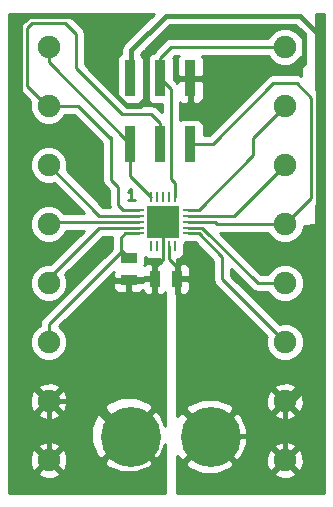
<source format=gtl>
G04 (created by PCBNEW (2013-jul-07)-stable) date Wed 04 Feb 2015 01:06:01 PM EST*
%MOIN*%
G04 Gerber Fmt 3.4, Leading zero omitted, Abs format*
%FSLAX34Y34*%
G01*
G70*
G90*
G04 APERTURE LIST*
%ADD10C,0.00590551*%
%ADD11C,0.00984252*%
%ADD12R,0.035X0.055*%
%ADD13R,0.055X0.035*%
%ADD14R,0.038X0.119*%
%ADD15R,0.108268X0.108268*%
%ADD16R,0.0354331X0.00984252*%
%ADD17R,0.00984252X0.0354331*%
%ADD18C,0.0748031*%
%ADD19C,0.2*%
%ADD20C,0.016*%
%ADD21C,0.01*%
G04 APERTURE END LIST*
G54D10*
G54D11*
X28458Y-19883D02*
X28233Y-19883D01*
X28346Y-19883D02*
X28346Y-19490D01*
X28308Y-19546D01*
X28271Y-19583D01*
X28233Y-19602D01*
G54D12*
X29875Y-22500D03*
X29125Y-22500D03*
G54D13*
X28267Y-21790D03*
X28267Y-22540D03*
G54D14*
X28315Y-15820D03*
X29315Y-15820D03*
X30315Y-15820D03*
X28315Y-18000D03*
X29315Y-18000D03*
X30315Y-18000D03*
G54D15*
X29414Y-20592D03*
G54D16*
X28587Y-20198D03*
X28587Y-20395D03*
X28587Y-20592D03*
X28587Y-20788D03*
X28587Y-20985D03*
G54D17*
X29020Y-21418D03*
X29217Y-21418D03*
X29414Y-21418D03*
X29610Y-21418D03*
X29807Y-21418D03*
G54D16*
X30240Y-20985D03*
X30240Y-20788D03*
X30240Y-20592D03*
X30240Y-20395D03*
X30240Y-20198D03*
G54D17*
X29807Y-19765D03*
X29610Y-19765D03*
X29414Y-19765D03*
X29217Y-19765D03*
X29020Y-19765D03*
G54D18*
X25590Y-14763D03*
X25590Y-16732D03*
X25590Y-18700D03*
X25590Y-20669D03*
X25590Y-22637D03*
X25590Y-24606D03*
X25590Y-26574D03*
X25590Y-28543D03*
X33464Y-20669D03*
X33464Y-18700D03*
X33464Y-16732D03*
X33464Y-14763D03*
X33464Y-28543D03*
X33464Y-26574D03*
X33464Y-24606D03*
X33464Y-22637D03*
G54D19*
X31003Y-27755D03*
X28346Y-27755D03*
G54D20*
X30954Y-27742D02*
X32663Y-27742D01*
X32663Y-27742D02*
X33464Y-28543D01*
X34566Y-14566D02*
X34566Y-14330D01*
X33700Y-26574D02*
X34566Y-25708D01*
X34566Y-25708D02*
X34566Y-14566D01*
X33464Y-26574D02*
X33700Y-26574D01*
X28346Y-15788D02*
X28315Y-15820D01*
X28346Y-14881D02*
X28346Y-15788D01*
X29488Y-13740D02*
X28346Y-14881D01*
X33976Y-13740D02*
X29488Y-13740D01*
X34566Y-14330D02*
X33976Y-13740D01*
X33464Y-26574D02*
X33464Y-28543D01*
X29875Y-22500D02*
X29875Y-22985D01*
X29875Y-22985D02*
X33464Y-26574D01*
G54D21*
X29610Y-21418D02*
X29610Y-21840D01*
G54D20*
X29875Y-22105D02*
X29875Y-22500D01*
G54D21*
X29610Y-21840D02*
X29875Y-22105D01*
G54D20*
X28250Y-27700D02*
X28030Y-27700D01*
X28030Y-27700D02*
X26904Y-26574D01*
G54D21*
X29414Y-21418D02*
X29414Y-20592D01*
G54D20*
X30315Y-15820D02*
X32526Y-15820D01*
X24645Y-25629D02*
X25590Y-26574D01*
X24645Y-14015D02*
X24645Y-25629D01*
X24921Y-13740D02*
X24645Y-14015D01*
X26417Y-13740D02*
X24921Y-13740D01*
X26968Y-14291D02*
X26417Y-13740D01*
X26968Y-15511D02*
X26968Y-14291D01*
X28188Y-16732D02*
X26968Y-15511D01*
X28622Y-16732D02*
X28188Y-16732D01*
X28858Y-16496D02*
X28622Y-16732D01*
X28858Y-14842D02*
X28858Y-16496D01*
X29645Y-14055D02*
X28858Y-14842D01*
X33818Y-14055D02*
X29645Y-14055D01*
X34094Y-14330D02*
X33818Y-14055D01*
X34094Y-15314D02*
X34094Y-14330D01*
X33937Y-15472D02*
X34094Y-15314D01*
X32874Y-15472D02*
X33937Y-15472D01*
X32526Y-15820D02*
X32874Y-15472D01*
X25590Y-26574D02*
X25590Y-28543D01*
X28267Y-22540D02*
X28267Y-25236D01*
X26929Y-26574D02*
X26904Y-26574D01*
X26904Y-26574D02*
X25590Y-26574D01*
X28267Y-25236D02*
X26929Y-26574D01*
X29125Y-22500D02*
X28308Y-22500D01*
X28308Y-22500D02*
X28267Y-22540D01*
X29125Y-22500D02*
X29125Y-22129D01*
G54D21*
X29414Y-21840D02*
X29414Y-21418D01*
X29125Y-22129D02*
X29414Y-21840D01*
X25590Y-14763D02*
X25590Y-15275D01*
X25590Y-15275D02*
X28315Y-18000D01*
X29020Y-19765D02*
X29020Y-19765D01*
X28315Y-19060D02*
X28315Y-18000D01*
X29020Y-19765D02*
X28315Y-19060D01*
X29315Y-15820D02*
X29315Y-15133D01*
X29685Y-14763D02*
X33464Y-14763D01*
X29315Y-15133D02*
X29685Y-14763D01*
X29807Y-19765D02*
X29807Y-19317D01*
X29670Y-16175D02*
X29315Y-15820D01*
X29670Y-19180D02*
X29670Y-16175D01*
X29807Y-19317D02*
X29670Y-19180D01*
X30240Y-20395D02*
X31770Y-20395D01*
X31770Y-20395D02*
X33464Y-18700D01*
X28587Y-20395D02*
X27284Y-20395D01*
X27284Y-20395D02*
X25590Y-18700D01*
X30240Y-20985D02*
X30592Y-20985D01*
X31377Y-22519D02*
X33464Y-24606D01*
X31377Y-21771D02*
X31377Y-22519D01*
X30592Y-20985D02*
X31377Y-21771D01*
X30240Y-20788D02*
X30710Y-20788D01*
X32559Y-22637D02*
X33464Y-22637D01*
X30710Y-20788D02*
X32559Y-22637D01*
X30240Y-20198D02*
X30589Y-20198D01*
X32401Y-17795D02*
X33464Y-16732D01*
X32401Y-18385D02*
X32401Y-17795D01*
X30589Y-20198D02*
X32401Y-18385D01*
X27992Y-21514D02*
X27992Y-21614D01*
X25590Y-24015D02*
X25590Y-24606D01*
X27992Y-21614D02*
X25590Y-24015D01*
X28587Y-20985D02*
X28148Y-20985D01*
X27992Y-21514D02*
X28267Y-21790D01*
X27992Y-21141D02*
X27992Y-21514D01*
X28148Y-20985D02*
X27992Y-21141D01*
X25590Y-22637D02*
X25590Y-22480D01*
X28587Y-20790D02*
X28587Y-20788D01*
X27280Y-20790D02*
X28587Y-20790D01*
X25590Y-22480D02*
X27280Y-20790D01*
X28587Y-20592D02*
X25667Y-20592D01*
X25667Y-20592D02*
X25590Y-20669D01*
X30315Y-18000D02*
X31055Y-18000D01*
X34330Y-19803D02*
X33464Y-20669D01*
X34330Y-16456D02*
X34330Y-19803D01*
X33858Y-15984D02*
X34330Y-16456D01*
X33070Y-15984D02*
X33858Y-15984D01*
X31055Y-18000D02*
X33070Y-15984D01*
X33464Y-20669D02*
X31220Y-20669D01*
X31143Y-20592D02*
X30240Y-20592D01*
X31220Y-20669D02*
X31143Y-20592D01*
X25590Y-16732D02*
X25551Y-16732D01*
X29315Y-17307D02*
X29315Y-18000D01*
X29015Y-17007D02*
X29315Y-17307D01*
X28031Y-17007D02*
X29015Y-17007D01*
X26496Y-15472D02*
X28031Y-17007D01*
X26496Y-14330D02*
X26496Y-15472D01*
X26141Y-13976D02*
X26496Y-14330D01*
X25039Y-13976D02*
X26141Y-13976D01*
X24881Y-14133D02*
X25039Y-13976D01*
X24881Y-16062D02*
X24881Y-14133D01*
X25551Y-16732D02*
X24881Y-16062D01*
X25590Y-16732D02*
X26574Y-16732D01*
X27637Y-17755D02*
X27675Y-17755D01*
X27675Y-17793D02*
X27637Y-17755D01*
X27675Y-17832D02*
X27675Y-17793D01*
X26574Y-16732D02*
X27675Y-17832D01*
X27675Y-17755D02*
X27675Y-19190D01*
X27675Y-19190D02*
X27912Y-19427D01*
X28587Y-20198D02*
X28079Y-20198D01*
X28079Y-20198D02*
X27912Y-20031D01*
X27912Y-20031D02*
X27912Y-19427D01*
G54D10*
G36*
X29471Y-20642D02*
X29464Y-20642D01*
X29464Y-20649D01*
X29364Y-20649D01*
X29364Y-20642D01*
X29356Y-20642D01*
X29356Y-20542D01*
X29364Y-20542D01*
X29364Y-20534D01*
X29464Y-20534D01*
X29464Y-20542D01*
X29471Y-20542D01*
X29471Y-20642D01*
X29471Y-20642D01*
G37*
G54D21*
X29471Y-20642D02*
X29464Y-20642D01*
X29464Y-20649D01*
X29364Y-20649D01*
X29364Y-20642D01*
X29356Y-20642D01*
X29356Y-20542D01*
X29364Y-20542D01*
X29364Y-20534D01*
X29464Y-20534D01*
X29464Y-20542D01*
X29471Y-20542D01*
X29471Y-20642D01*
G54D10*
G36*
X29477Y-29651D02*
X29070Y-29651D01*
X29070Y-28591D01*
X28250Y-27770D01*
X28179Y-27841D01*
X28179Y-27700D01*
X27358Y-26879D01*
X27190Y-26991D01*
X27000Y-27451D01*
X26999Y-27948D01*
X27190Y-28408D01*
X27190Y-28408D01*
X27358Y-28520D01*
X28179Y-27700D01*
X28179Y-27841D01*
X27429Y-28591D01*
X27541Y-28759D01*
X28001Y-28949D01*
X28498Y-28950D01*
X28958Y-28759D01*
X28958Y-28759D01*
X29070Y-28591D01*
X29070Y-29651D01*
X26218Y-29651D01*
X26218Y-28642D01*
X26218Y-26674D01*
X26209Y-26426D01*
X26133Y-26242D01*
X26030Y-26206D01*
X25959Y-26276D01*
X25959Y-26135D01*
X25922Y-26032D01*
X25690Y-25946D01*
X25441Y-25956D01*
X25258Y-26032D01*
X25221Y-26135D01*
X25590Y-26504D01*
X25959Y-26135D01*
X25959Y-26276D01*
X25661Y-26574D01*
X26030Y-26943D01*
X26133Y-26907D01*
X26218Y-26674D01*
X26218Y-28642D01*
X26209Y-28394D01*
X26133Y-28210D01*
X26030Y-28174D01*
X25959Y-28245D01*
X25959Y-28103D01*
X25959Y-27014D01*
X25590Y-26645D01*
X25519Y-26716D01*
X25519Y-26574D01*
X25151Y-26206D01*
X25048Y-26242D01*
X24962Y-26475D01*
X24971Y-26723D01*
X25048Y-26907D01*
X25151Y-26943D01*
X25519Y-26574D01*
X25519Y-26716D01*
X25221Y-27014D01*
X25258Y-27117D01*
X25491Y-27203D01*
X25739Y-27193D01*
X25922Y-27117D01*
X25959Y-27014D01*
X25959Y-28103D01*
X25922Y-28000D01*
X25690Y-27914D01*
X25441Y-27924D01*
X25258Y-28000D01*
X25221Y-28103D01*
X25590Y-28472D01*
X25959Y-28103D01*
X25959Y-28245D01*
X25661Y-28543D01*
X26030Y-28912D01*
X26133Y-28875D01*
X26218Y-28642D01*
X26218Y-29651D01*
X25959Y-29651D01*
X25959Y-28982D01*
X25590Y-28614D01*
X25519Y-28684D01*
X25519Y-28543D01*
X25151Y-28174D01*
X25048Y-28210D01*
X24962Y-28443D01*
X24971Y-28691D01*
X25048Y-28875D01*
X25151Y-28912D01*
X25519Y-28543D01*
X25519Y-28684D01*
X25221Y-28982D01*
X25258Y-29085D01*
X25491Y-29171D01*
X25739Y-29161D01*
X25922Y-29085D01*
X25959Y-28982D01*
X25959Y-29651D01*
X24285Y-29651D01*
X24285Y-29527D01*
X24285Y-13655D01*
X29106Y-13655D01*
X28113Y-14648D01*
X28041Y-14755D01*
X28016Y-14881D01*
X28016Y-14999D01*
X27983Y-15012D01*
X27913Y-15083D01*
X27875Y-15175D01*
X27874Y-15274D01*
X27874Y-16427D01*
X26796Y-15348D01*
X26796Y-14330D01*
X26773Y-14215D01*
X26708Y-14118D01*
X26708Y-14118D01*
X26353Y-13764D01*
X26256Y-13699D01*
X26141Y-13676D01*
X25039Y-13676D01*
X24924Y-13699D01*
X24827Y-13764D01*
X24669Y-13921D01*
X24604Y-14019D01*
X24581Y-14133D01*
X24581Y-16062D01*
X24604Y-16177D01*
X24669Y-16275D01*
X24977Y-16582D01*
X24966Y-16607D01*
X24966Y-16855D01*
X25061Y-17085D01*
X25236Y-17260D01*
X25465Y-17356D01*
X25714Y-17356D01*
X25943Y-17261D01*
X26119Y-17086D01*
X26141Y-17032D01*
X26450Y-17032D01*
X27375Y-17956D01*
X27375Y-19190D01*
X27397Y-19305D01*
X27462Y-19402D01*
X27612Y-19552D01*
X27612Y-20031D01*
X27624Y-20095D01*
X27409Y-20095D01*
X26192Y-18878D01*
X26214Y-18825D01*
X26214Y-18577D01*
X26119Y-18347D01*
X25944Y-18172D01*
X25715Y-18076D01*
X25466Y-18076D01*
X25237Y-18171D01*
X25061Y-18346D01*
X24966Y-18576D01*
X24966Y-18824D01*
X25061Y-19053D01*
X25236Y-19229D01*
X25465Y-19324D01*
X25714Y-19324D01*
X25768Y-19302D01*
X26757Y-20292D01*
X26095Y-20292D01*
X25944Y-20140D01*
X25715Y-20045D01*
X25466Y-20045D01*
X25237Y-20139D01*
X25061Y-20315D01*
X24966Y-20544D01*
X24966Y-20792D01*
X25061Y-21022D01*
X25236Y-21197D01*
X25465Y-21293D01*
X25714Y-21293D01*
X25943Y-21198D01*
X26119Y-21023D01*
X26173Y-20892D01*
X26754Y-20892D01*
X25632Y-22013D01*
X25466Y-22013D01*
X25237Y-22108D01*
X25061Y-22283D01*
X24966Y-22513D01*
X24966Y-22761D01*
X25061Y-22990D01*
X25236Y-23166D01*
X25465Y-23261D01*
X25714Y-23261D01*
X25943Y-23167D01*
X26119Y-22991D01*
X26214Y-22762D01*
X26214Y-22514D01*
X26146Y-22348D01*
X27404Y-21090D01*
X27702Y-21090D01*
X27692Y-21141D01*
X27692Y-21489D01*
X25378Y-23803D01*
X25313Y-23900D01*
X25290Y-24015D01*
X25290Y-24055D01*
X25237Y-24076D01*
X25061Y-24252D01*
X24966Y-24481D01*
X24966Y-24729D01*
X25061Y-24959D01*
X25236Y-25135D01*
X25465Y-25230D01*
X25714Y-25230D01*
X25943Y-25135D01*
X26119Y-24960D01*
X26214Y-24730D01*
X26214Y-24482D01*
X26119Y-24253D01*
X25948Y-24081D01*
X27762Y-22268D01*
X27742Y-22315D01*
X27742Y-22427D01*
X27805Y-22490D01*
X28217Y-22490D01*
X28217Y-22482D01*
X28317Y-22482D01*
X28317Y-22490D01*
X28730Y-22490D01*
X28770Y-22450D01*
X29075Y-22450D01*
X29075Y-22037D01*
X29012Y-21975D01*
X28900Y-21974D01*
X28808Y-22012D01*
X28783Y-22038D01*
X28792Y-22015D01*
X28792Y-21915D01*
X28792Y-21771D01*
X28829Y-21807D01*
X28921Y-21845D01*
X29020Y-21845D01*
X29119Y-21845D01*
X29119Y-21845D01*
X29217Y-21845D01*
X29311Y-21845D01*
X29311Y-21845D01*
X29333Y-21955D01*
X29346Y-21974D01*
X29237Y-21975D01*
X29175Y-22037D01*
X29175Y-22450D01*
X29182Y-22450D01*
X29182Y-22550D01*
X29175Y-22550D01*
X29175Y-22962D01*
X29237Y-23025D01*
X29349Y-23025D01*
X29441Y-22987D01*
X29477Y-22950D01*
X29477Y-27397D01*
X29309Y-26991D01*
X29309Y-26991D01*
X29141Y-26879D01*
X29075Y-26945D01*
X29075Y-22962D01*
X29075Y-22550D01*
X28762Y-22550D01*
X28722Y-22590D01*
X28317Y-22590D01*
X28317Y-22902D01*
X28380Y-22965D01*
X28493Y-22965D01*
X28592Y-22965D01*
X28684Y-22927D01*
X28725Y-22886D01*
X28738Y-22916D01*
X28808Y-22987D01*
X28900Y-23025D01*
X29012Y-23025D01*
X29075Y-22962D01*
X29075Y-26945D01*
X29070Y-26949D01*
X29070Y-26808D01*
X28958Y-26640D01*
X28498Y-26450D01*
X28217Y-26449D01*
X28217Y-22902D01*
X28217Y-22590D01*
X27805Y-22590D01*
X27742Y-22652D01*
X27742Y-22764D01*
X27780Y-22856D01*
X27850Y-22927D01*
X27942Y-22965D01*
X28042Y-22965D01*
X28155Y-22965D01*
X28217Y-22902D01*
X28217Y-26449D01*
X28001Y-26449D01*
X27541Y-26640D01*
X27541Y-26640D01*
X27429Y-26808D01*
X28250Y-27629D01*
X29070Y-26808D01*
X29070Y-26949D01*
X28320Y-27700D01*
X29141Y-28520D01*
X29309Y-28408D01*
X29477Y-28002D01*
X29477Y-29651D01*
X29477Y-29651D01*
G37*
G54D21*
X29477Y-29651D02*
X29070Y-29651D01*
X29070Y-28591D01*
X28250Y-27770D01*
X28179Y-27841D01*
X28179Y-27700D01*
X27358Y-26879D01*
X27190Y-26991D01*
X27000Y-27451D01*
X26999Y-27948D01*
X27190Y-28408D01*
X27190Y-28408D01*
X27358Y-28520D01*
X28179Y-27700D01*
X28179Y-27841D01*
X27429Y-28591D01*
X27541Y-28759D01*
X28001Y-28949D01*
X28498Y-28950D01*
X28958Y-28759D01*
X28958Y-28759D01*
X29070Y-28591D01*
X29070Y-29651D01*
X26218Y-29651D01*
X26218Y-28642D01*
X26218Y-26674D01*
X26209Y-26426D01*
X26133Y-26242D01*
X26030Y-26206D01*
X25959Y-26276D01*
X25959Y-26135D01*
X25922Y-26032D01*
X25690Y-25946D01*
X25441Y-25956D01*
X25258Y-26032D01*
X25221Y-26135D01*
X25590Y-26504D01*
X25959Y-26135D01*
X25959Y-26276D01*
X25661Y-26574D01*
X26030Y-26943D01*
X26133Y-26907D01*
X26218Y-26674D01*
X26218Y-28642D01*
X26209Y-28394D01*
X26133Y-28210D01*
X26030Y-28174D01*
X25959Y-28245D01*
X25959Y-28103D01*
X25959Y-27014D01*
X25590Y-26645D01*
X25519Y-26716D01*
X25519Y-26574D01*
X25151Y-26206D01*
X25048Y-26242D01*
X24962Y-26475D01*
X24971Y-26723D01*
X25048Y-26907D01*
X25151Y-26943D01*
X25519Y-26574D01*
X25519Y-26716D01*
X25221Y-27014D01*
X25258Y-27117D01*
X25491Y-27203D01*
X25739Y-27193D01*
X25922Y-27117D01*
X25959Y-27014D01*
X25959Y-28103D01*
X25922Y-28000D01*
X25690Y-27914D01*
X25441Y-27924D01*
X25258Y-28000D01*
X25221Y-28103D01*
X25590Y-28472D01*
X25959Y-28103D01*
X25959Y-28245D01*
X25661Y-28543D01*
X26030Y-28912D01*
X26133Y-28875D01*
X26218Y-28642D01*
X26218Y-29651D01*
X25959Y-29651D01*
X25959Y-28982D01*
X25590Y-28614D01*
X25519Y-28684D01*
X25519Y-28543D01*
X25151Y-28174D01*
X25048Y-28210D01*
X24962Y-28443D01*
X24971Y-28691D01*
X25048Y-28875D01*
X25151Y-28912D01*
X25519Y-28543D01*
X25519Y-28684D01*
X25221Y-28982D01*
X25258Y-29085D01*
X25491Y-29171D01*
X25739Y-29161D01*
X25922Y-29085D01*
X25959Y-28982D01*
X25959Y-29651D01*
X24285Y-29651D01*
X24285Y-29527D01*
X24285Y-13655D01*
X29106Y-13655D01*
X28113Y-14648D01*
X28041Y-14755D01*
X28016Y-14881D01*
X28016Y-14999D01*
X27983Y-15012D01*
X27913Y-15083D01*
X27875Y-15175D01*
X27874Y-15274D01*
X27874Y-16427D01*
X26796Y-15348D01*
X26796Y-14330D01*
X26773Y-14215D01*
X26708Y-14118D01*
X26708Y-14118D01*
X26353Y-13764D01*
X26256Y-13699D01*
X26141Y-13676D01*
X25039Y-13676D01*
X24924Y-13699D01*
X24827Y-13764D01*
X24669Y-13921D01*
X24604Y-14019D01*
X24581Y-14133D01*
X24581Y-16062D01*
X24604Y-16177D01*
X24669Y-16275D01*
X24977Y-16582D01*
X24966Y-16607D01*
X24966Y-16855D01*
X25061Y-17085D01*
X25236Y-17260D01*
X25465Y-17356D01*
X25714Y-17356D01*
X25943Y-17261D01*
X26119Y-17086D01*
X26141Y-17032D01*
X26450Y-17032D01*
X27375Y-17956D01*
X27375Y-19190D01*
X27397Y-19305D01*
X27462Y-19402D01*
X27612Y-19552D01*
X27612Y-20031D01*
X27624Y-20095D01*
X27409Y-20095D01*
X26192Y-18878D01*
X26214Y-18825D01*
X26214Y-18577D01*
X26119Y-18347D01*
X25944Y-18172D01*
X25715Y-18076D01*
X25466Y-18076D01*
X25237Y-18171D01*
X25061Y-18346D01*
X24966Y-18576D01*
X24966Y-18824D01*
X25061Y-19053D01*
X25236Y-19229D01*
X25465Y-19324D01*
X25714Y-19324D01*
X25768Y-19302D01*
X26757Y-20292D01*
X26095Y-20292D01*
X25944Y-20140D01*
X25715Y-20045D01*
X25466Y-20045D01*
X25237Y-20139D01*
X25061Y-20315D01*
X24966Y-20544D01*
X24966Y-20792D01*
X25061Y-21022D01*
X25236Y-21197D01*
X25465Y-21293D01*
X25714Y-21293D01*
X25943Y-21198D01*
X26119Y-21023D01*
X26173Y-20892D01*
X26754Y-20892D01*
X25632Y-22013D01*
X25466Y-22013D01*
X25237Y-22108D01*
X25061Y-22283D01*
X24966Y-22513D01*
X24966Y-22761D01*
X25061Y-22990D01*
X25236Y-23166D01*
X25465Y-23261D01*
X25714Y-23261D01*
X25943Y-23167D01*
X26119Y-22991D01*
X26214Y-22762D01*
X26214Y-22514D01*
X26146Y-22348D01*
X27404Y-21090D01*
X27702Y-21090D01*
X27692Y-21141D01*
X27692Y-21489D01*
X25378Y-23803D01*
X25313Y-23900D01*
X25290Y-24015D01*
X25290Y-24055D01*
X25237Y-24076D01*
X25061Y-24252D01*
X24966Y-24481D01*
X24966Y-24729D01*
X25061Y-24959D01*
X25236Y-25135D01*
X25465Y-25230D01*
X25714Y-25230D01*
X25943Y-25135D01*
X26119Y-24960D01*
X26214Y-24730D01*
X26214Y-24482D01*
X26119Y-24253D01*
X25948Y-24081D01*
X27762Y-22268D01*
X27742Y-22315D01*
X27742Y-22427D01*
X27805Y-22490D01*
X28217Y-22490D01*
X28217Y-22482D01*
X28317Y-22482D01*
X28317Y-22490D01*
X28730Y-22490D01*
X28770Y-22450D01*
X29075Y-22450D01*
X29075Y-22037D01*
X29012Y-21975D01*
X28900Y-21974D01*
X28808Y-22012D01*
X28783Y-22038D01*
X28792Y-22015D01*
X28792Y-21915D01*
X28792Y-21771D01*
X28829Y-21807D01*
X28921Y-21845D01*
X29020Y-21845D01*
X29119Y-21845D01*
X29119Y-21845D01*
X29217Y-21845D01*
X29311Y-21845D01*
X29311Y-21845D01*
X29333Y-21955D01*
X29346Y-21974D01*
X29237Y-21975D01*
X29175Y-22037D01*
X29175Y-22450D01*
X29182Y-22450D01*
X29182Y-22550D01*
X29175Y-22550D01*
X29175Y-22962D01*
X29237Y-23025D01*
X29349Y-23025D01*
X29441Y-22987D01*
X29477Y-22950D01*
X29477Y-27397D01*
X29309Y-26991D01*
X29309Y-26991D01*
X29141Y-26879D01*
X29075Y-26945D01*
X29075Y-22962D01*
X29075Y-22550D01*
X28762Y-22550D01*
X28722Y-22590D01*
X28317Y-22590D01*
X28317Y-22902D01*
X28380Y-22965D01*
X28493Y-22965D01*
X28592Y-22965D01*
X28684Y-22927D01*
X28725Y-22886D01*
X28738Y-22916D01*
X28808Y-22987D01*
X28900Y-23025D01*
X29012Y-23025D01*
X29075Y-22962D01*
X29075Y-26945D01*
X29070Y-26949D01*
X29070Y-26808D01*
X28958Y-26640D01*
X28498Y-26450D01*
X28217Y-26449D01*
X28217Y-22902D01*
X28217Y-22590D01*
X27805Y-22590D01*
X27742Y-22652D01*
X27742Y-22764D01*
X27780Y-22856D01*
X27850Y-22927D01*
X27942Y-22965D01*
X28042Y-22965D01*
X28155Y-22965D01*
X28217Y-22902D01*
X28217Y-26449D01*
X28001Y-26449D01*
X27541Y-26640D01*
X27541Y-26640D01*
X27429Y-26808D01*
X28250Y-27629D01*
X29070Y-26808D01*
X29070Y-26949D01*
X28320Y-27700D01*
X29141Y-28520D01*
X29309Y-28408D01*
X29477Y-28002D01*
X29477Y-29651D01*
G54D10*
G36*
X34005Y-14437D02*
X33993Y-14410D01*
X33818Y-14235D01*
X33589Y-14139D01*
X33340Y-14139D01*
X33111Y-14234D01*
X32935Y-14409D01*
X32913Y-14463D01*
X29685Y-14463D01*
X29570Y-14486D01*
X29472Y-14551D01*
X29102Y-14921D01*
X29064Y-14979D01*
X28983Y-15012D01*
X28913Y-15083D01*
X28875Y-15175D01*
X28874Y-15274D01*
X28874Y-16464D01*
X28912Y-16556D01*
X28983Y-16626D01*
X29075Y-16664D01*
X29174Y-16665D01*
X29370Y-16665D01*
X29370Y-16937D01*
X29227Y-16795D01*
X29130Y-16730D01*
X29015Y-16707D01*
X28155Y-16707D01*
X28112Y-16664D01*
X28174Y-16665D01*
X28554Y-16665D01*
X28646Y-16627D01*
X28716Y-16556D01*
X28754Y-16464D01*
X28755Y-16365D01*
X28755Y-15175D01*
X28717Y-15083D01*
X28676Y-15042D01*
X28676Y-15018D01*
X29624Y-14070D01*
X33839Y-14070D01*
X34005Y-14235D01*
X34005Y-14437D01*
X34005Y-14437D01*
G37*
G54D21*
X34005Y-14437D02*
X33993Y-14410D01*
X33818Y-14235D01*
X33589Y-14139D01*
X33340Y-14139D01*
X33111Y-14234D01*
X32935Y-14409D01*
X32913Y-14463D01*
X29685Y-14463D01*
X29570Y-14486D01*
X29472Y-14551D01*
X29102Y-14921D01*
X29064Y-14979D01*
X28983Y-15012D01*
X28913Y-15083D01*
X28875Y-15175D01*
X28874Y-15274D01*
X28874Y-16464D01*
X28912Y-16556D01*
X28983Y-16626D01*
X29075Y-16664D01*
X29174Y-16665D01*
X29370Y-16665D01*
X29370Y-16937D01*
X29227Y-16795D01*
X29130Y-16730D01*
X29015Y-16707D01*
X28155Y-16707D01*
X28112Y-16664D01*
X28174Y-16665D01*
X28554Y-16665D01*
X28646Y-16627D01*
X28716Y-16556D01*
X28754Y-16464D01*
X28755Y-16365D01*
X28755Y-15175D01*
X28717Y-15083D01*
X28676Y-15042D01*
X28676Y-15018D01*
X29624Y-14070D01*
X33839Y-14070D01*
X34005Y-14235D01*
X34005Y-14437D01*
G54D10*
G36*
X34005Y-15728D02*
X33973Y-15707D01*
X33858Y-15684D01*
X33070Y-15684D01*
X32956Y-15707D01*
X32858Y-15772D01*
X30930Y-17700D01*
X30755Y-17700D01*
X30755Y-17355D01*
X30755Y-16365D01*
X30755Y-15932D01*
X30692Y-15870D01*
X30365Y-15870D01*
X30365Y-16602D01*
X30427Y-16665D01*
X30554Y-16665D01*
X30646Y-16627D01*
X30716Y-16556D01*
X30754Y-16464D01*
X30755Y-16365D01*
X30755Y-17355D01*
X30717Y-17263D01*
X30646Y-17193D01*
X30554Y-17155D01*
X30455Y-17154D01*
X30075Y-17154D01*
X29983Y-17192D01*
X29970Y-17206D01*
X29970Y-16613D01*
X29983Y-16627D01*
X30075Y-16665D01*
X30202Y-16665D01*
X30265Y-16602D01*
X30265Y-15870D01*
X29937Y-15870D01*
X29875Y-15932D01*
X29874Y-15955D01*
X29755Y-15835D01*
X29755Y-15175D01*
X29738Y-15134D01*
X29809Y-15063D01*
X29932Y-15063D01*
X29913Y-15083D01*
X29875Y-15175D01*
X29874Y-15274D01*
X29875Y-15707D01*
X29937Y-15770D01*
X30265Y-15770D01*
X30265Y-15762D01*
X30365Y-15762D01*
X30365Y-15770D01*
X30692Y-15770D01*
X30755Y-15707D01*
X30755Y-15274D01*
X30754Y-15175D01*
X30716Y-15083D01*
X30697Y-15063D01*
X32913Y-15063D01*
X32935Y-15116D01*
X33110Y-15292D01*
X33339Y-15387D01*
X33588Y-15387D01*
X33817Y-15293D01*
X33993Y-15117D01*
X34005Y-15089D01*
X34005Y-15728D01*
X34005Y-15728D01*
G37*
G54D21*
X34005Y-15728D02*
X33973Y-15707D01*
X33858Y-15684D01*
X33070Y-15684D01*
X32956Y-15707D01*
X32858Y-15772D01*
X30930Y-17700D01*
X30755Y-17700D01*
X30755Y-17355D01*
X30755Y-16365D01*
X30755Y-15932D01*
X30692Y-15870D01*
X30365Y-15870D01*
X30365Y-16602D01*
X30427Y-16665D01*
X30554Y-16665D01*
X30646Y-16627D01*
X30716Y-16556D01*
X30754Y-16464D01*
X30755Y-16365D01*
X30755Y-17355D01*
X30717Y-17263D01*
X30646Y-17193D01*
X30554Y-17155D01*
X30455Y-17154D01*
X30075Y-17154D01*
X29983Y-17192D01*
X29970Y-17206D01*
X29970Y-16613D01*
X29983Y-16627D01*
X30075Y-16665D01*
X30202Y-16665D01*
X30265Y-16602D01*
X30265Y-15870D01*
X29937Y-15870D01*
X29875Y-15932D01*
X29874Y-15955D01*
X29755Y-15835D01*
X29755Y-15175D01*
X29738Y-15134D01*
X29809Y-15063D01*
X29932Y-15063D01*
X29913Y-15083D01*
X29875Y-15175D01*
X29874Y-15274D01*
X29875Y-15707D01*
X29937Y-15770D01*
X30265Y-15770D01*
X30265Y-15762D01*
X30365Y-15762D01*
X30365Y-15770D01*
X30692Y-15770D01*
X30755Y-15707D01*
X30755Y-15274D01*
X30754Y-15175D01*
X30716Y-15083D01*
X30697Y-15063D01*
X32913Y-15063D01*
X32935Y-15116D01*
X33110Y-15292D01*
X33339Y-15387D01*
X33588Y-15387D01*
X33817Y-15293D01*
X33993Y-15117D01*
X34005Y-15089D01*
X34005Y-15728D01*
G54D10*
G36*
X34769Y-29651D02*
X34092Y-29651D01*
X34092Y-28642D01*
X34092Y-26674D01*
X34083Y-26426D01*
X34007Y-26242D01*
X33904Y-26206D01*
X33833Y-26276D01*
X33833Y-26135D01*
X33796Y-26032D01*
X33564Y-25946D01*
X33315Y-25956D01*
X33132Y-26032D01*
X33095Y-26135D01*
X33464Y-26504D01*
X33833Y-26135D01*
X33833Y-26276D01*
X33535Y-26574D01*
X33904Y-26943D01*
X34007Y-26907D01*
X34092Y-26674D01*
X34092Y-28642D01*
X34083Y-28394D01*
X34007Y-28210D01*
X33904Y-28174D01*
X33833Y-28245D01*
X33833Y-28103D01*
X33833Y-27014D01*
X33464Y-26645D01*
X33393Y-26716D01*
X33393Y-26574D01*
X33025Y-26206D01*
X32922Y-26242D01*
X32836Y-26475D01*
X32845Y-26723D01*
X32922Y-26907D01*
X33025Y-26943D01*
X33393Y-26574D01*
X33393Y-26716D01*
X33095Y-27014D01*
X33132Y-27117D01*
X33365Y-27203D01*
X33613Y-27193D01*
X33796Y-27117D01*
X33833Y-27014D01*
X33833Y-28103D01*
X33796Y-28000D01*
X33564Y-27914D01*
X33315Y-27924D01*
X33132Y-28000D01*
X33095Y-28103D01*
X33464Y-28472D01*
X33833Y-28103D01*
X33833Y-28245D01*
X33535Y-28543D01*
X33904Y-28912D01*
X34007Y-28875D01*
X34092Y-28642D01*
X34092Y-29651D01*
X33833Y-29651D01*
X33833Y-28982D01*
X33464Y-28614D01*
X33393Y-28684D01*
X33393Y-28543D01*
X33025Y-28174D01*
X32922Y-28210D01*
X32836Y-28443D01*
X32845Y-28691D01*
X32922Y-28875D01*
X33025Y-28912D01*
X33393Y-28543D01*
X33393Y-28684D01*
X33095Y-28982D01*
X33132Y-29085D01*
X33365Y-29171D01*
X33613Y-29161D01*
X33796Y-29085D01*
X33833Y-28982D01*
X33833Y-29651D01*
X32204Y-29651D01*
X32204Y-27493D01*
X32013Y-27033D01*
X32013Y-27033D01*
X31845Y-26921D01*
X31774Y-26991D01*
X31774Y-26850D01*
X31662Y-26682D01*
X31202Y-26492D01*
X30705Y-26491D01*
X30300Y-26659D01*
X30300Y-22725D01*
X30300Y-22274D01*
X30299Y-22175D01*
X30261Y-22083D01*
X30191Y-22012D01*
X30099Y-21974D01*
X29987Y-21975D01*
X29925Y-22037D01*
X29925Y-22450D01*
X30237Y-22450D01*
X30300Y-22387D01*
X30300Y-22274D01*
X30300Y-22725D01*
X30300Y-22612D01*
X30237Y-22550D01*
X29925Y-22550D01*
X29925Y-22962D01*
X29987Y-23025D01*
X30099Y-23025D01*
X30191Y-22987D01*
X30261Y-22916D01*
X30299Y-22824D01*
X30300Y-22725D01*
X30300Y-26659D01*
X30245Y-26682D01*
X30245Y-26682D01*
X30133Y-26850D01*
X30954Y-27671D01*
X31774Y-26850D01*
X31774Y-26991D01*
X31024Y-27742D01*
X31845Y-28562D01*
X32013Y-28450D01*
X32203Y-27990D01*
X32204Y-27493D01*
X32204Y-29651D01*
X31774Y-29651D01*
X31774Y-28633D01*
X30954Y-27812D01*
X30133Y-28633D01*
X30245Y-28801D01*
X30705Y-28991D01*
X31202Y-28992D01*
X31662Y-28801D01*
X31662Y-28801D01*
X31774Y-28633D01*
X31774Y-29651D01*
X29872Y-29651D01*
X29872Y-28398D01*
X29894Y-28450D01*
X29894Y-28450D01*
X30062Y-28562D01*
X30883Y-27742D01*
X30062Y-26921D01*
X29894Y-27033D01*
X29872Y-27085D01*
X29872Y-21845D01*
X29906Y-21845D01*
X29998Y-21808D01*
X30068Y-21737D01*
X30106Y-21645D01*
X30106Y-21546D01*
X30106Y-21335D01*
X30157Y-21284D01*
X30237Y-21284D01*
X30240Y-21285D01*
X30467Y-21285D01*
X31077Y-21895D01*
X31077Y-22519D01*
X31100Y-22634D01*
X31165Y-22731D01*
X32862Y-24428D01*
X32840Y-24481D01*
X32840Y-24729D01*
X32935Y-24959D01*
X33110Y-25135D01*
X33339Y-25230D01*
X33588Y-25230D01*
X33817Y-25135D01*
X33993Y-24960D01*
X34088Y-24730D01*
X34088Y-24482D01*
X33993Y-24253D01*
X33818Y-24077D01*
X33589Y-23982D01*
X33340Y-23982D01*
X33287Y-24004D01*
X31677Y-22395D01*
X31677Y-22180D01*
X32346Y-22849D01*
X32346Y-22849D01*
X32444Y-22914D01*
X32559Y-22937D01*
X32913Y-22937D01*
X32935Y-22990D01*
X33110Y-23166D01*
X33339Y-23261D01*
X33588Y-23261D01*
X33817Y-23167D01*
X33993Y-22991D01*
X34088Y-22762D01*
X34088Y-22514D01*
X33993Y-22284D01*
X33818Y-22109D01*
X33589Y-22013D01*
X33340Y-22013D01*
X33111Y-22108D01*
X32935Y-22283D01*
X32913Y-22337D01*
X32683Y-22337D01*
X31314Y-20969D01*
X32913Y-20969D01*
X32935Y-21022D01*
X33110Y-21197D01*
X33339Y-21293D01*
X33588Y-21293D01*
X33817Y-21198D01*
X33993Y-21023D01*
X34088Y-20793D01*
X34088Y-20726D01*
X34498Y-20718D01*
X34498Y-20059D01*
X34542Y-20015D01*
X34542Y-20015D01*
X34607Y-19917D01*
X34630Y-19803D01*
X34630Y-19803D01*
X34630Y-16456D01*
X34607Y-16341D01*
X34542Y-16244D01*
X34542Y-16244D01*
X34498Y-16200D01*
X34498Y-13655D01*
X34769Y-13655D01*
X34769Y-29651D01*
X34769Y-29651D01*
G37*
G54D21*
X34769Y-29651D02*
X34092Y-29651D01*
X34092Y-28642D01*
X34092Y-26674D01*
X34083Y-26426D01*
X34007Y-26242D01*
X33904Y-26206D01*
X33833Y-26276D01*
X33833Y-26135D01*
X33796Y-26032D01*
X33564Y-25946D01*
X33315Y-25956D01*
X33132Y-26032D01*
X33095Y-26135D01*
X33464Y-26504D01*
X33833Y-26135D01*
X33833Y-26276D01*
X33535Y-26574D01*
X33904Y-26943D01*
X34007Y-26907D01*
X34092Y-26674D01*
X34092Y-28642D01*
X34083Y-28394D01*
X34007Y-28210D01*
X33904Y-28174D01*
X33833Y-28245D01*
X33833Y-28103D01*
X33833Y-27014D01*
X33464Y-26645D01*
X33393Y-26716D01*
X33393Y-26574D01*
X33025Y-26206D01*
X32922Y-26242D01*
X32836Y-26475D01*
X32845Y-26723D01*
X32922Y-26907D01*
X33025Y-26943D01*
X33393Y-26574D01*
X33393Y-26716D01*
X33095Y-27014D01*
X33132Y-27117D01*
X33365Y-27203D01*
X33613Y-27193D01*
X33796Y-27117D01*
X33833Y-27014D01*
X33833Y-28103D01*
X33796Y-28000D01*
X33564Y-27914D01*
X33315Y-27924D01*
X33132Y-28000D01*
X33095Y-28103D01*
X33464Y-28472D01*
X33833Y-28103D01*
X33833Y-28245D01*
X33535Y-28543D01*
X33904Y-28912D01*
X34007Y-28875D01*
X34092Y-28642D01*
X34092Y-29651D01*
X33833Y-29651D01*
X33833Y-28982D01*
X33464Y-28614D01*
X33393Y-28684D01*
X33393Y-28543D01*
X33025Y-28174D01*
X32922Y-28210D01*
X32836Y-28443D01*
X32845Y-28691D01*
X32922Y-28875D01*
X33025Y-28912D01*
X33393Y-28543D01*
X33393Y-28684D01*
X33095Y-28982D01*
X33132Y-29085D01*
X33365Y-29171D01*
X33613Y-29161D01*
X33796Y-29085D01*
X33833Y-28982D01*
X33833Y-29651D01*
X32204Y-29651D01*
X32204Y-27493D01*
X32013Y-27033D01*
X32013Y-27033D01*
X31845Y-26921D01*
X31774Y-26991D01*
X31774Y-26850D01*
X31662Y-26682D01*
X31202Y-26492D01*
X30705Y-26491D01*
X30300Y-26659D01*
X30300Y-22725D01*
X30300Y-22274D01*
X30299Y-22175D01*
X30261Y-22083D01*
X30191Y-22012D01*
X30099Y-21974D01*
X29987Y-21975D01*
X29925Y-22037D01*
X29925Y-22450D01*
X30237Y-22450D01*
X30300Y-22387D01*
X30300Y-22274D01*
X30300Y-22725D01*
X30300Y-22612D01*
X30237Y-22550D01*
X29925Y-22550D01*
X29925Y-22962D01*
X29987Y-23025D01*
X30099Y-23025D01*
X30191Y-22987D01*
X30261Y-22916D01*
X30299Y-22824D01*
X30300Y-22725D01*
X30300Y-26659D01*
X30245Y-26682D01*
X30245Y-26682D01*
X30133Y-26850D01*
X30954Y-27671D01*
X31774Y-26850D01*
X31774Y-26991D01*
X31024Y-27742D01*
X31845Y-28562D01*
X32013Y-28450D01*
X32203Y-27990D01*
X32204Y-27493D01*
X32204Y-29651D01*
X31774Y-29651D01*
X31774Y-28633D01*
X30954Y-27812D01*
X30133Y-28633D01*
X30245Y-28801D01*
X30705Y-28991D01*
X31202Y-28992D01*
X31662Y-28801D01*
X31662Y-28801D01*
X31774Y-28633D01*
X31774Y-29651D01*
X29872Y-29651D01*
X29872Y-28398D01*
X29894Y-28450D01*
X29894Y-28450D01*
X30062Y-28562D01*
X30883Y-27742D01*
X30062Y-26921D01*
X29894Y-27033D01*
X29872Y-27085D01*
X29872Y-21845D01*
X29906Y-21845D01*
X29998Y-21808D01*
X30068Y-21737D01*
X30106Y-21645D01*
X30106Y-21546D01*
X30106Y-21335D01*
X30157Y-21284D01*
X30237Y-21284D01*
X30240Y-21285D01*
X30467Y-21285D01*
X31077Y-21895D01*
X31077Y-22519D01*
X31100Y-22634D01*
X31165Y-22731D01*
X32862Y-24428D01*
X32840Y-24481D01*
X32840Y-24729D01*
X32935Y-24959D01*
X33110Y-25135D01*
X33339Y-25230D01*
X33588Y-25230D01*
X33817Y-25135D01*
X33993Y-24960D01*
X34088Y-24730D01*
X34088Y-24482D01*
X33993Y-24253D01*
X33818Y-24077D01*
X33589Y-23982D01*
X33340Y-23982D01*
X33287Y-24004D01*
X31677Y-22395D01*
X31677Y-22180D01*
X32346Y-22849D01*
X32346Y-22849D01*
X32444Y-22914D01*
X32559Y-22937D01*
X32913Y-22937D01*
X32935Y-22990D01*
X33110Y-23166D01*
X33339Y-23261D01*
X33588Y-23261D01*
X33817Y-23167D01*
X33993Y-22991D01*
X34088Y-22762D01*
X34088Y-22514D01*
X33993Y-22284D01*
X33818Y-22109D01*
X33589Y-22013D01*
X33340Y-22013D01*
X33111Y-22108D01*
X32935Y-22283D01*
X32913Y-22337D01*
X32683Y-22337D01*
X31314Y-20969D01*
X32913Y-20969D01*
X32935Y-21022D01*
X33110Y-21197D01*
X33339Y-21293D01*
X33588Y-21293D01*
X33817Y-21198D01*
X33993Y-21023D01*
X34088Y-20793D01*
X34088Y-20726D01*
X34498Y-20718D01*
X34498Y-20059D01*
X34542Y-20015D01*
X34542Y-20015D01*
X34607Y-19917D01*
X34630Y-19803D01*
X34630Y-19803D01*
X34630Y-16456D01*
X34607Y-16341D01*
X34542Y-16244D01*
X34542Y-16244D01*
X34498Y-16200D01*
X34498Y-13655D01*
X34769Y-13655D01*
X34769Y-29651D01*
M02*

</source>
